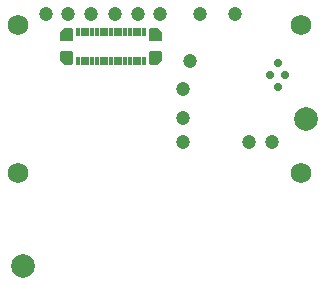
<source format=gbs>
G04*
G04 #@! TF.GenerationSoftware,Altium Limited,Altium Designer,21.6.1 (37)*
G04*
G04 Layer_Color=16711935*
%FSLAX44Y44*%
%MOMM*%
G71*
G04*
G04 #@! TF.SameCoordinates,E8A9E921-0961-4E98-9D42-7A75F99DFC46*
G04*
G04*
G04 #@! TF.FilePolarity,Negative*
G04*
G01*
G75*
%ADD45C,2.0000*%
%ADD54C,1.7272*%
%ADD55C,0.7132*%
%ADD74C,1.2032*%
%ADD75R,0.4332X0.7032*%
G36*
X-74567Y76960D02*
X-74436Y76933D01*
X-74310Y76891D01*
X-74191Y76832D01*
X-74080Y76758D01*
X-73980Y76670D01*
X-73892Y76570D01*
X-73818Y76459D01*
X-73759Y76340D01*
X-73717Y76213D01*
X-73691Y76083D01*
X-73682Y75950D01*
Y66750D01*
X-73691Y66617D01*
X-73717Y66487D01*
X-73759Y66360D01*
X-73818Y66241D01*
X-73892Y66130D01*
X-73980Y66030D01*
X-74080Y65942D01*
X-74191Y65868D01*
X-74310Y65809D01*
X-74436Y65767D01*
X-74567Y65740D01*
X-74700Y65732D01*
X-80700D01*
X-80833Y65740D01*
X-80963Y65767D01*
X-81090Y65809D01*
X-81209Y65868D01*
X-81320Y65942D01*
X-81420Y66030D01*
X-84420Y69030D01*
X-84508Y69130D01*
X-84582Y69241D01*
X-84641Y69360D01*
X-84684Y69486D01*
X-84710Y69617D01*
X-84718Y69750D01*
Y75950D01*
X-84710Y76083D01*
X-84684Y76213D01*
X-84641Y76340D01*
X-84582Y76459D01*
X-84508Y76570D01*
X-84420Y76670D01*
X-84320Y76758D01*
X-84209Y76832D01*
X-84090Y76891D01*
X-83963Y76933D01*
X-83833Y76960D01*
X-83700Y76968D01*
X-74700D01*
X-74700Y76968D01*
X-74567Y76960D01*
D02*
G37*
G36*
Y96760D02*
X-74436Y96734D01*
X-74310Y96691D01*
X-74191Y96632D01*
X-74080Y96558D01*
X-73980Y96470D01*
X-73892Y96370D01*
X-73818Y96259D01*
X-73759Y96140D01*
X-73717Y96013D01*
X-73691Y95883D01*
X-73682Y95750D01*
Y86550D01*
X-73691Y86417D01*
X-73717Y86286D01*
X-73759Y86160D01*
X-73818Y86041D01*
X-73892Y85930D01*
X-73980Y85830D01*
X-74080Y85742D01*
X-74191Y85668D01*
X-74310Y85609D01*
X-74436Y85567D01*
X-74567Y85541D01*
X-74700Y85532D01*
X-74700Y85532D01*
X-83700D01*
X-83833Y85541D01*
X-83963Y85567D01*
X-84090Y85609D01*
X-84209Y85668D01*
X-84320Y85742D01*
X-84420Y85830D01*
X-84508Y85930D01*
X-84582Y86041D01*
X-84641Y86160D01*
X-84684Y86286D01*
X-84710Y86417D01*
X-84718Y86550D01*
Y92750D01*
X-84710Y92883D01*
X-84684Y93013D01*
X-84641Y93140D01*
X-84582Y93259D01*
X-84508Y93370D01*
X-84420Y93470D01*
X-81420Y96470D01*
X-81320Y96558D01*
X-81209Y96632D01*
X-81090Y96691D01*
X-80963Y96734D01*
X-80833Y96760D01*
X-80700Y96768D01*
X-74700D01*
X-74567Y96760D01*
D02*
G37*
G36*
X-7800Y76968D02*
X1200D01*
X1333Y76960D01*
X1463Y76933D01*
X1590Y76891D01*
X1709Y76832D01*
X1820Y76758D01*
X1920Y76670D01*
X2008Y76570D01*
X2082Y76459D01*
X2141Y76340D01*
X2183Y76213D01*
X2209Y76083D01*
X2218Y75950D01*
Y69750D01*
X2209Y69617D01*
X2183Y69486D01*
X2141Y69360D01*
X2082Y69241D01*
X2008Y69130D01*
X1920Y69030D01*
X-1080Y66030D01*
X-1180Y65942D01*
X-1291Y65868D01*
X-1410Y65809D01*
X-1537Y65767D01*
X-1667Y65740D01*
X-1800Y65732D01*
X-7800D01*
X-7933Y65740D01*
X-8063Y65767D01*
X-8190Y65809D01*
X-8309Y65868D01*
X-8420Y65942D01*
X-8520Y66030D01*
X-8608Y66130D01*
X-8682Y66241D01*
X-8741Y66360D01*
X-8784Y66487D01*
X-8809Y66617D01*
X-8818Y66750D01*
Y75950D01*
X-8809Y76083D01*
X-8784Y76213D01*
X-8741Y76340D01*
X-8682Y76459D01*
X-8608Y76570D01*
X-8520Y76670D01*
X-8420Y76758D01*
X-8309Y76832D01*
X-8190Y76891D01*
X-8063Y76933D01*
X-7933Y76960D01*
X-7800Y76968D01*
X-7800Y76968D01*
D02*
G37*
G36*
X-1667Y96760D02*
X-1537Y96734D01*
X-1410Y96691D01*
X-1291Y96632D01*
X-1180Y96558D01*
X-1080Y96470D01*
X1920Y93470D01*
X2008Y93370D01*
X2082Y93259D01*
X2141Y93140D01*
X2183Y93013D01*
X2209Y92883D01*
X2218Y92750D01*
Y86550D01*
X2209Y86417D01*
X2183Y86286D01*
X2141Y86160D01*
X2082Y86041D01*
X2008Y85930D01*
X1920Y85830D01*
X1820Y85742D01*
X1709Y85668D01*
X1590Y85609D01*
X1463Y85567D01*
X1333Y85541D01*
X1200Y85532D01*
X-7800D01*
X-7800Y85532D01*
X-7933Y85541D01*
X-8063Y85567D01*
X-8190Y85609D01*
X-8309Y85668D01*
X-8420Y85742D01*
X-8520Y85830D01*
X-8608Y85930D01*
X-8682Y86041D01*
X-8741Y86160D01*
X-8784Y86286D01*
X-8809Y86417D01*
X-8818Y86550D01*
Y95750D01*
X-8809Y95883D01*
X-8784Y96013D01*
X-8741Y96140D01*
X-8682Y96259D01*
X-8608Y96370D01*
X-8520Y96470D01*
X-8420Y96558D01*
X-8309Y96632D01*
X-8190Y96691D01*
X-8063Y96734D01*
X-7933Y96760D01*
X-7800Y96768D01*
X-1800D01*
X-1667Y96760D01*
D02*
G37*
D45*
X-116000Y-105000D02*
D03*
X124000Y20000D02*
D03*
D54*
X120000Y-25690D02*
D03*
X-120000D02*
D03*
X120000Y99310D02*
D03*
X-120000D02*
D03*
D55*
X93500Y57000D02*
D03*
X106500D02*
D03*
X100000Y67000D02*
D03*
Y47000D02*
D03*
D74*
X34000Y109000D02*
D03*
X76000Y0D02*
D03*
X26000Y69000D02*
D03*
X-96000Y109000D02*
D03*
X0D02*
D03*
X95000Y0D02*
D03*
X64000Y109000D02*
D03*
X20000Y45000D02*
D03*
Y21000D02*
D03*
Y0D02*
D03*
X-58000Y109000D02*
D03*
X-78000D02*
D03*
X-18000D02*
D03*
X-38000D02*
D03*
D75*
X-13247Y69250D02*
D03*
X-17247D02*
D03*
X-21247D02*
D03*
X-25247D02*
D03*
X-29247D02*
D03*
X-33247D02*
D03*
X-37247D02*
D03*
X-41247D02*
D03*
X-45247D02*
D03*
X-49247D02*
D03*
X-53247D02*
D03*
X-57247D02*
D03*
X-61247D02*
D03*
X-65247D02*
D03*
X-69247D02*
D03*
X-13247Y93250D02*
D03*
X-17247D02*
D03*
X-21247D02*
D03*
X-25247D02*
D03*
X-29247D02*
D03*
X-33247D02*
D03*
X-37247D02*
D03*
X-41247D02*
D03*
X-45247D02*
D03*
X-49247D02*
D03*
X-53247D02*
D03*
X-57247D02*
D03*
X-61247D02*
D03*
X-65247D02*
D03*
X-69247D02*
D03*
M02*

</source>
